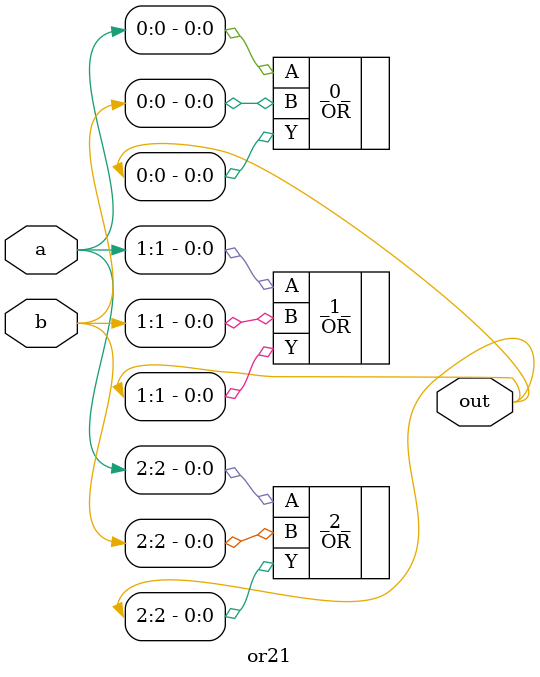
<source format=v>
/* Generated by Yosys 0.41+83 (git sha1 7045cf509, x86_64-w64-mingw32-g++ 13.2.1 -Os) */

/* cells_not_processed =  1  */
/* src = "or21.v:2.1-10.10" */
module or21(a, b, out);
  /* src = "or21.v:3.15-3.16" */
  input [2:0] a;
  wire [2:0] a;
  /* src = "or21.v:4.15-4.16" */
  input [2:0] b;
  wire [2:0] b;
  /* src = "or21.v:5.16-5.19" */
  output [2:0] out;
  wire [2:0] out;
  OR _0_ (
    .A(a[0]),
    .B(b[0]),
    .Y(out[0])
  );
  OR _1_ (
    .A(a[1]),
    .B(b[1]),
    .Y(out[1])
  );
  OR _2_ (
    .A(a[2]),
    .B(b[2]),
    .Y(out[2])
  );
endmodule

</source>
